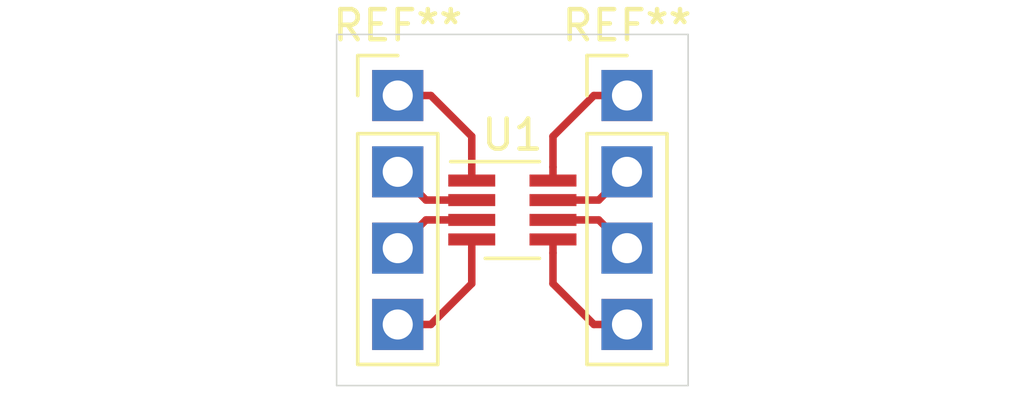
<source format=kicad_pcb>
(kicad_pcb (version 20221018) (generator pcbnew)
  (layers (0 "F.Cu" signal) (31 "B.Cu" signal) (34 "B.Paste" user) (35 "F.Paste" user) (36 "B.SilkS" user "B.Silkscreen") (37 "F.SilkS" user "F.Silkscreen") (38 "B.Mask" user) (39 "F.Mask" user) (44 "Edge.Cuts" user))
  (net 0 "")
  (footprint "Package_TO_SOT_SMD:SOT-23-8_Handsoldering" (layer "F.Cu") (at 151.638 94.742)
    (fp_text reference "U1" (at 0 -2.5) (layer "F.SilkS"))
    (fp_text value "SOT-23-8_Handsoldering")
    (fp_line (start -0.9 1.61) (end 0.9 1.61) (stroke (width 0.12)) (layer "F.SilkS"))
    (fp_line (start 0.9 -1.61) (end -2.05 -1.61) (stroke (width 0.12)) (layer "F.SilkS"))
    (pad "1" smd rect (at -1.35 -0.98) (size 1.56 0.4) (layers "F.Cu" "F.Paste" "F.Mask"))
    (pad "2" smd rect (at -1.35 -0.33) (size 1.56 0.4) (layers "F.Cu" "F.Paste" "F.Mask"))
    (pad "3" smd rect (at -1.35 0.33) (size 1.56 0.4) (layers "F.Cu" "F.Paste" "F.Mask"))
    (pad "4" smd rect (at -1.35 0.98) (size 1.56 0.4) (layers "F.Cu" "F.Paste" "F.Mask"))
    (pad "5" smd rect (at 1.35 0.98) (size 1.56 0.4) (layers "F.Cu" "F.Paste" "F.Mask"))
    (pad "6" smd rect (at 1.35 0.33) (size 1.56 0.4) (layers "F.Cu" "F.Paste" "F.Mask"))
    (pad "7" smd rect (at 1.35 -0.33) (size 1.56 0.4) (layers "F.Cu" "F.Paste" "F.Mask"))
    (pad "8" smd rect (at 1.35 -0.98) (size 1.56 0.4) (layers "F.Cu" "F.Paste" "F.Mask"))
  )
  (footprint "Connector_PinHeader_2.54mm:PinHeader_1x04_P2.54mm_Vertical" (layer "F.Cu") (at 147.828 90.932)
    (fp_text reference "REF**" (at 0 -2.33) (layer "F.SilkS"))
    (fp_text value "PinHeader_1x04_P2.54mm_Vertical")
    (fp_line (start -1.33 -1.33) (end 0 -1.33) (stroke (width 0.12)) (layer "F.SilkS"))
    (fp_line (start -1.33 0) (end -1.33 -1.33) (stroke (width 0.12)) (layer "F.SilkS"))
    (fp_line (start -1.33 1.27) (end -1.33 8.95) (stroke (width 0.12)) (layer "F.SilkS"))
    (fp_line (start -1.33 1.27) (end 1.33 1.27) (stroke (width 0.12)) (layer "F.SilkS"))
    (fp_line (start -1.33 8.95) (end 1.33 8.95) (stroke (width 0.12)) (layer "F.SilkS"))
    (fp_line (start 1.33 1.27) (end 1.33 8.95) (stroke (width 0.12)) (layer "F.SilkS"))
    (pad "1" thru_hole rect (at 0 0) (size 1.7 1.7) (drill 1) (layers "*.Cu" "*.Mask"))
    (pad "2" thru_hole rect (at 0 2.54) (size 1.7 1.7) (drill 1) (layers "*.Cu" "*.Mask"))
    (pad "3" thru_hole rect (at 0 5.08) (size 1.7 1.7) (drill 1) (layers "*.Cu" "*.Mask"))
    (pad "4" thru_hole rect (at 0 7.62) (size 1.7 1.7) (drill 1) (layers "*.Cu" "*.Mask"))
  )
  (footprint "Connector_PinHeader_2.54mm:PinHeader_1x04_P2.54mm_Vertical" (layer "F.Cu") (at 155.448 90.932)
    (fp_text reference "REF**" (at 0 -2.33) (layer "F.SilkS"))
    (fp_text value "PinHeader_1x04_P2.54mm_Vertical")
    (fp_line (start -1.33 -1.33) (end 0 -1.33) (stroke (width 0.12)) (layer "F.SilkS"))
    (fp_line (start -1.33 0) (end -1.33 -1.33) (stroke (width 0.12)) (layer "F.SilkS"))
    (fp_line (start -1.33 1.27) (end -1.33 8.95) (stroke (width 0.12)) (layer "F.SilkS"))
    (fp_line (start -1.33 1.27) (end 1.33 1.27) (stroke (width 0.12)) (layer "F.SilkS"))
    (fp_line (start -1.33 8.95) (end 1.33 8.95) (stroke (width 0.12)) (layer "F.SilkS"))
    (fp_line (start 1.33 1.27) (end 1.33 8.95) (stroke (width 0.12)) (layer "F.SilkS"))
    (pad "1" thru_hole rect (at 0 0) (size 1.7 1.7) (drill 1) (layers "*.Cu" "*.Mask"))
    (pad "2" thru_hole rect (at 0 2.54) (size 1.7 1.7) (drill 1) (layers "*.Cu" "*.Mask"))
    (pad "3" thru_hole rect (at 0 5.08) (size 1.7 1.7) (drill 1) (layers "*.Cu" "*.Mask"))
    (pad "4" thru_hole rect (at 0 7.62) (size 1.7 1.7) (drill 1) (layers "*.Cu" "*.Mask"))
  )
  (gr_line (start 145.796 88.9) (end 145.796 100.584) (stroke (width 0.05)) (layer "Edge.Cuts"))
  (gr_line (start 145.796 88.9) (end 157.48 88.9) (stroke (width 0.05)) (layer "Edge.Cuts"))
  (gr_line (start 157.48 88.9) (end 157.48 100.584) (stroke (width 0.05)) (layer "Edge.Cuts"))
  (gr_line (start 157.48 100.584) (end 145.796 100.584) (stroke (width 0.05)) (layer "Edge.Cuts"))
  (segment (start 152.988 97.192) (end 152.988 96.172) (width 0.25) (layer "F.Cu") (net 0))
  (segment (start 155.448 98.552) (end 154.348 98.552) (width 0.25) (layer "F.Cu") (net 0))
  (segment (start 154.348 98.552) (end 152.988 97.192) (width 0.25) (layer "F.Cu") (net 0))
  (segment (start 147.828 90.932) (end 148.928 90.932) (width 0.25) (layer "F.Cu") (net 0))
  (segment (start 150.288 94.412) (end 148.768 94.412) (width 0.25) (layer "F.Cu") (net 0))
  (segment (start 148.768 95.072) (end 147.828 96.012) (width 0.25) (layer "F.Cu") (net 0))
  (segment (start 152.988 95.072) (end 154.508 95.072) (width 0.25) (layer "F.Cu") (net 0))
  (segment (start 152.988 93.312) (end 152.988 93.762) (width 0.25) (layer "F.Cu") (net 0))
  (segment (start 152.988 92.292) (end 152.988 93.312) (width 0.25) (layer "F.Cu") (net 0))
  (segment (start 150.288 97.192) (end 150.288 96.172) (width 0.25) (layer "F.Cu") (net 0))
  (segment (start 148.768 94.412) (end 147.828 93.472) (width 0.25) (layer "F.Cu") (net 0))
  (segment (start 150.288 95.072) (end 148.768 95.072) (width 0.25) (layer "F.Cu") (net 0))
  (segment (start 147.828 98.552) (end 148.928 98.552) (width 0.25) (layer "F.Cu") (net 0))
  (segment (start 150.288 96.172) (end 150.288 95.722) (width 0.25) (layer "F.Cu") (net 0))
  (segment (start 155.448 90.932) (end 154.348 90.932) (width 0.25) (layer "F.Cu") (net 0))
  (segment (start 154.508 95.072) (end 155.448 96.012) (width 0.25) (layer "F.Cu") (net 0))
  (segment (start 150.288 92.292) (end 150.288 93.312) (width 0.25) (layer "F.Cu") (net 0))
  (segment (start 152.988 96.172) (end 152.988 95.722) (width 0.25) (layer "F.Cu") (net 0))
  (segment (start 148.928 98.552) (end 150.288 97.192) (width 0.25) (layer "F.Cu") (net 0))
  (segment (start 148.928 90.932) (end 150.288 92.292) (width 0.25) (layer "F.Cu") (net 0))
  (segment (start 154.508 94.412) (end 155.448 93.472) (width 0.25) (layer "F.Cu") (net 0))
  (segment (start 152.988 94.412) (end 154.508 94.412) (width 0.25) (layer "F.Cu") (net 0))
  (segment (start 154.348 90.932) (end 152.988 92.292) (width 0.25) (layer "F.Cu") (net 0))
  (segment (start 150.288 93.312) (end 150.288 93.762) (width 0.25) (layer "F.Cu") (net 0))
)
</source>
